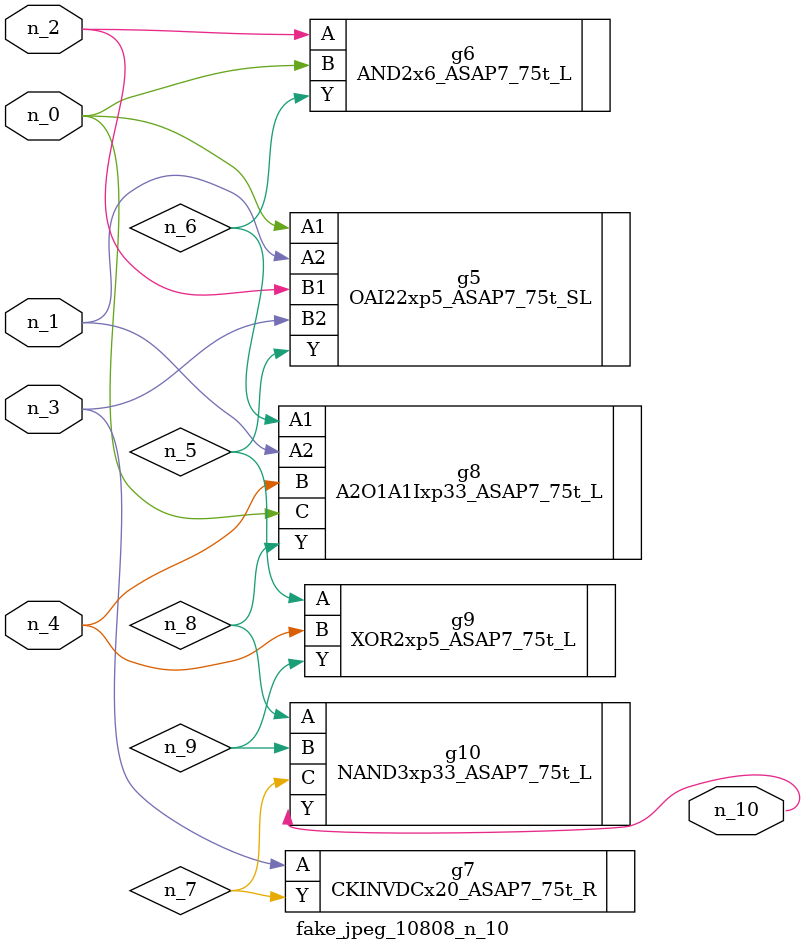
<source format=v>
module fake_jpeg_10808_n_10 (n_3, n_2, n_1, n_0, n_4, n_10);

input n_3;
input n_2;
input n_1;
input n_0;
input n_4;

output n_10;

wire n_8;
wire n_9;
wire n_6;
wire n_5;
wire n_7;

OAI22xp5_ASAP7_75t_SL g5 ( 
.A1(n_0),
.A2(n_1),
.B1(n_2),
.B2(n_3),
.Y(n_5)
);

AND2x6_ASAP7_75t_L g6 ( 
.A(n_2),
.B(n_0),
.Y(n_6)
);

CKINVDCx20_ASAP7_75t_R g7 ( 
.A(n_3),
.Y(n_7)
);

A2O1A1Ixp33_ASAP7_75t_L g8 ( 
.A1(n_6),
.A2(n_1),
.B(n_4),
.C(n_0),
.Y(n_8)
);

NAND3xp33_ASAP7_75t_L g10 ( 
.A(n_8),
.B(n_9),
.C(n_7),
.Y(n_10)
);

XOR2xp5_ASAP7_75t_L g9 ( 
.A(n_5),
.B(n_4),
.Y(n_9)
);


endmodule
</source>
